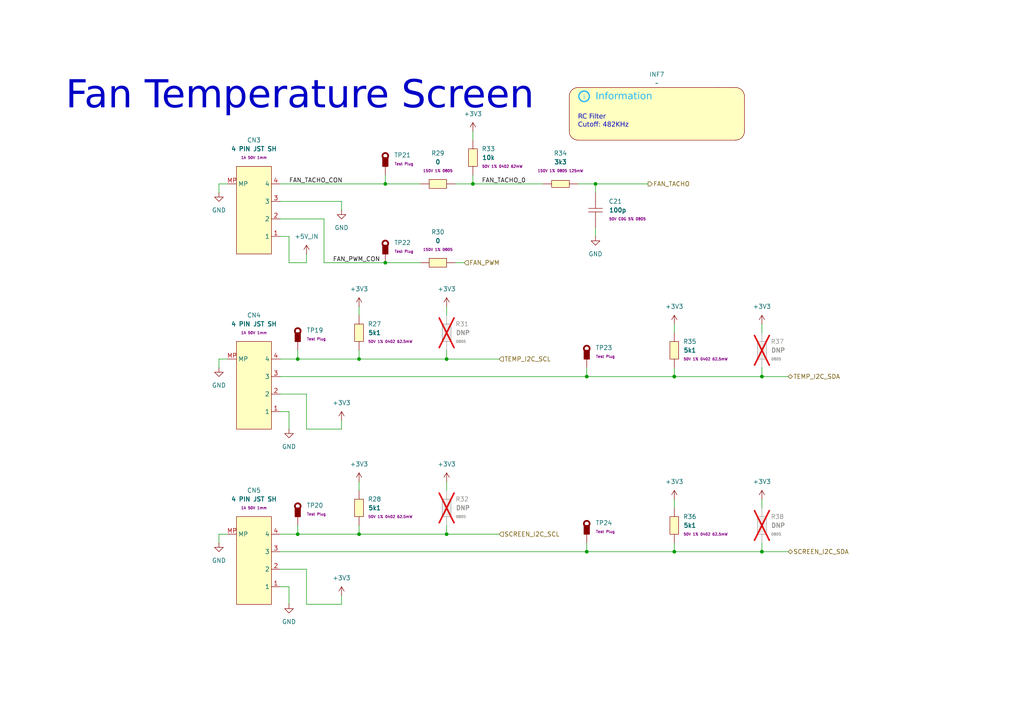
<source format=kicad_sch>
(kicad_sch (version 20231120) (generator "eeschema") (generator_version "8.0")
  (paper "A4")
  (title_block (title "AstraControl - Fan Temperature Screen") (date "2024-08-26") (rev "A") (company "LiveAstra Technologies"))
  (lib_symbols
    (symbol "LiveAstra:+5V_IN" (power) (pin_numbers hide) (pin_names (offset 0) hide)
      (property "Value" "+5V_IN" (at 0 3.556 0))
      (symbol "+5V_IN_0_1"
        (polyline (pts (xy -0.762 1.27) (xy 0 2.54)))
        (polyline (pts (xy 0 0) (xy 0 2.54)))
        (polyline (pts (xy 0 2.54) (xy 0.762 1.27)))
      )
      (symbol "+5V_IN_1_1"
        (pin power_in line (at 0 0 90) (length 0) (name "~") (number "1"))
      )
    )
    (symbol "LiveAstra:C_100pF_C0G_0805" (pin_numbers hide) (pin_names hide)
      (property "Reference" "C" (at 0 8.89 0))
      (property "Value" "100p" (at 0 6.35 0))
      (property "Extra Values" "50V C0G 5% 0805" (at 0 3.81 0))
      (symbol "C_100pF_C0G_0805_0_1"
        (polyline (pts (xy -2.54 0) (xy -0.51 0)))
        (polyline (pts (xy -0.51 2.03) (xy -0.51 -2.03)))
        (polyline (pts (xy 0.51 0) (xy 2.54 0)))
        (polyline (pts (xy 0.51 2.03) (xy 0.51 -2.03)))
      )
      (symbol "C_100pF_C0G_0805_1_1"
        (pin passive line (at -5.08 0 0) (length 2.54) (name "1") (number "1"))
        (pin passive line (at 5.08 0 180) (length 2.54) (name "2") (number "2"))
      )
    )
    (symbol "LiveAstra:Information_Box" (pin_numbers hide) (pin_names (offset 0) hide) (exclude_from_sim yes) (in_bom no) (on_board no)
      (property "Reference" "INF" (at 0 10.16 0))
      (symbol "Information_Box_1_1"
        (arc (start -25.3998 -5.0798) (mid -24.6559 -6.8759) (end -22.8598 -7.6198) (fill (type background)))
        (rectangle (start -25.4 5.08) (end 25.4 -5.08) (stroke (width -0.0001)) (fill (type background)))
        (arc (start -22.86 7.62) (mid -24.6561 6.8761) (end -25.4 5.08) (fill (type background)))
        (rectangle (start -22.86 7.62) (end 22.86 -7.62) (stroke (width -0.0001)) (fill (type background)))
        (circle (center -21.082 5.08) (radius 1.524) (stroke (width 0.381) (color 41 182 246 1)))
        (polyline (pts (xy -25.4 5.08) (xy -25.4 -5.08)))
        (polyline (pts (xy -22.86 -7.62) (xy 22.86 -7.62)))
        (polyline (pts (xy 22.86 7.62) (xy -22.86 7.62)))
        (polyline (pts (xy 25.4 -5.08) (xy 25.4 5.08)))
        (arc (start 22.86 -7.62) (mid 24.6561 -6.8761) (end 25.4 -5.08) (fill (type background)))
        (arc (start 25.4 5.08) (mid 24.6561 6.8761) (end 22.86 7.62) (fill (type background)))
        (text "i" (at -21.0726 4.8456 0) (effects (font (size 1.27 1.27))))
        (text "Information" (at -17.78 5.08 0) (effects (font (size 2.032 2.032)) (justify left)))
      )
    )
    (symbol "LiveAstra:JST_SH_4PIN_1A_50V"
      (property "Reference" "CN" (at 0 19.05 0))
      (property "Value" "4 PIN JST SH" (at 0 16.51 0))
      (property "Extra Values" "1A 50V 1mm" (at 0 13.97 0))
      (symbol "JST_SH_4PIN_1A_50V_0_1"
        (rectangle (start -5.08 12.7) (end 5.08 -12.7) (fill (type background)))
      )
      (symbol "JST_SH_4PIN_1A_50V_1_1"
        (pin passive line (at -7.62 7.62 0) (length 2.54) (name "1") (number "1"))
        (pin passive line (at -7.62 2.54 0) (length 2.54) (name "2") (number "2"))
        (pin passive line (at -7.62 -2.54 0) (length 2.54) (name "3") (number "3"))
        (pin passive line (at -7.62 -7.62 0) (length 2.54) (name "4") (number "4"))
        (pin passive line (at 7.62 -7.62 180) (length 2.54) (name "MP") (number "MP"))
      )
    )
    (symbol "LiveAstra:R_0Ohm_0805_125mW" (pin_numbers hide) (pin_names hide)
      (property "Reference" "R" (at 0 7.62 0))
      (property "Value" "0" (at 0 5.08 0))
      (property "Extra Values" "150V 1% 0805" (at 0 2.54 0))
      (symbol "R_0Ohm_0805_125mW_0_1"
        (rectangle (start -2.54 1.27) (end 2.54 -1.27) (fill (type background)))
      )
      (symbol "R_0Ohm_0805_125mW_1_1"
        (pin passive line (at -5.08 0 0) (length 2.54) (name "1") (number "1"))
        (pin passive line (at 5.08 0 180) (length 2.54) (name "2") (number "2"))
      )
    )
    (symbol "LiveAstra:R_10kOhm_0402_62mW" (pin_numbers hide) (pin_names hide)
      (property "Reference" "R" (at 0 7.62 0))
      (property "Value" "10k" (at 0 5.08 0))
      (property "Extra Values" "50V 1% 0402 62mW" (at 0 2.54 0))
      (symbol "R_10kOhm_0402_62mW_0_1"
        (rectangle (start -2.54 1.27) (end 2.54 -1.27) (fill (type background)))
      )
      (symbol "R_10kOhm_0402_62mW_1_1"
        (pin passive line (at -5.08 0 0) (length 2.54) (name "1") (number "1"))
        (pin passive line (at 5.08 0 180) (length 2.54) (name "2") (number "2"))
      )
    )
    (symbol "LiveAstra:R_3k3Ohm_0805_125mW" (pin_numbers hide) (pin_names hide)
      (property "Reference" "R" (at 0 7.62 0))
      (property "Value" "3k3" (at 0 5.08 0))
      (property "Extra Values" "150V 1% 0805 125mW" (at 0 2.54 0))
      (symbol "R_3k3Ohm_0805_125mW_0_1"
        (rectangle (start -2.54 1.02) (end 2.54 -1.02) (fill (type background)))
      )
      (symbol "R_3k3Ohm_0805_125mW_1_1"
        (pin passive line (at -5.08 0 0) (length 2.54) (name "1") (number "1"))
        (pin passive line (at 5.08 0 180) (length 2.54) (name "2") (number "2"))
      )
    )
    (symbol "LiveAstra:R_5k1Ohm_0402_62mW" (pin_numbers hide) (pin_names hide)
      (property "Reference" "R" (at 0 7.62 0))
      (property "Value" "5k1" (at 0 5.08 0))
      (property "Extra Values" "50V 1% 0402 62.5mW" (at 0 2.54 0))
      (symbol "R_5k1Ohm_0402_62mW_0_1"
        (rectangle (start -2.54 1.27) (end 2.54 -1.27) (fill (type background)))
      )
      (symbol "R_5k1Ohm_0402_62mW_1_1"
        (pin passive line (at -5.08 0 0) (length 2.54) (name "1") (number "1"))
        (pin passive line (at 5.08 0 180) (length 2.54) (name "2") (number "2"))
      )
    )
    (symbol "LiveAstra:R_DNP_0805" (pin_numbers hide) (pin_names hide)
      (property "Reference" "R" (at 0 7.62 0))
      (property "Value" "DNP" (at 0 5.08 0))
      (property "Extra Values" "0805" (at 0 2.54 0))
      (symbol "R_DNP_0805_0_1"
        (rectangle (start -2.54 1.27) (end 2.54 -1.27) (fill (type background)))
      )
      (symbol "R_DNP_0805_1_1"
        (pin passive line (at -5.08 0 0) (length 2.54) (name "1") (number "1"))
        (pin passive line (at 5.08 0 180) (length 2.54) (name "2") (number "2"))
      )
    )
    (symbol "LiveAstra:TestPoint_Thimble" (pin_numbers hide) (pin_names hide) (in_bom no)
      (property "Reference" "TP" (at 0 9.5043 0))
      (property "Extra Values" "Test Plug" (at 0 7.62 0))
      (symbol "TestPoint_Thimble_1_1"
        (rectangle (start -0.762 5.08) (end 0.762 2.54) (stroke (width 0.254)) (fill (type outline)))
        (arc (start 0.508 4.9323) (mid 0 6.4175) (end -0.508 4.9323) (stroke (width 0.508)))
        (pin passive line (at 0 0 90) (length 2.54) (name "1") (number "1"))
      )
    )
    (symbol "power:+3V3" (power) (pin_numbers hide) (pin_names (offset 0) hide)
      (property "Value" "+3V3" (at 0 3.556 0))
      (symbol "+3V3_0_1"
        (polyline (pts (xy -0.762 1.27) (xy 0 2.54)))
        (polyline (pts (xy 0 0) (xy 0 2.54)))
        (polyline (pts (xy 0 2.54) (xy 0.762 1.27)))
      )
      (symbol "+3V3_1_1"
        (pin power_in line (at 0 0 90) (length 0) (name "~") (number "1"))
      )
    )
    (symbol "power:GND" (power) (pin_numbers hide) (pin_names (offset 0) hide)
      (property "Value" "GND" (at 0 -3.81 0))
      (symbol "GND_0_1"
        (polyline (pts (xy 0 0) (xy 0 -1.27) (xy 1.27 -1.27) (xy 0 -2.54) (xy -1.27 -1.27) (xy 0 -1.27)))
      )
      (symbol "GND_1_1"
        (pin power_in line (at 0 0 270) (length 0) (name "~") (number "1"))
      )
    )
  )
  (junction (at 195.58 109.22))
  (junction (at 111.76 53.34))
  (junction (at 129.54 104.14))
  (junction (at 86.36 154.94))
  (junction (at 172.72 53.34))
  (junction (at 195.58 160.02))
  (junction (at 137.16 53.34))
  (junction (at 170.18 160.02))
  (junction (at 170.18 109.22))
  (junction (at 104.14 104.14))
  (junction (at 86.36 104.14))
  (junction (at 111.76 76.2))
  (junction (at 104.14 154.94))
  (junction (at 220.98 160.02))
  (junction (at 129.54 154.94))
  (junction (at 220.98 109.22))
  (wire (pts (xy 93.98 76.2) (xy 111.76 76.2)))
  (wire (pts (xy 104.14 88.9) (xy 104.14 91.44)))
  (wire (pts (xy 88.9 114.3) (xy 88.9 124.46)))
  (polyline (pts (xy 208.28 25.4) (xy 208.28 25.4)) (stroke (width -0.0001) (type solid)))
  (wire (pts (xy 129.54 154.94) (xy 144.78 154.94)))
  (wire (pts (xy 220.98 157.48) (xy 220.98 160.02)))
  (wire (pts (xy 81.28 53.34) (xy 111.76 53.34)))
  (wire (pts (xy 104.14 101.6) (xy 104.14 104.14)))
  (wire (pts (xy 195.58 106.68) (xy 195.58 109.22)))
  (wire (pts (xy 104.14 104.14) (xy 129.54 104.14)))
  (wire (pts (xy 111.76 53.34) (xy 121.92 53.34)))
  (wire (pts (xy 129.54 152.4) (xy 129.54 154.94)))
  (wire (pts (xy 86.36 152.4) (xy 86.36 154.94)))
  (wire (pts (xy 81.28 119.38) (xy 83.82 119.38)))
  (wire (pts (xy 88.9 165.1) (xy 88.9 175.26)))
  (wire (pts (xy 83.82 119.38) (xy 83.82 124.46)))
  (wire (pts (xy 81.28 104.14) (xy 86.36 104.14)))
  (wire (pts (xy 121.92 76.2) (xy 111.76 76.2)))
  (wire (pts (xy 167.64 53.34) (xy 172.72 53.34)))
  (wire (pts (xy 81.28 109.22) (xy 170.18 109.22)))
  (wire (pts (xy 220.98 109.22) (xy 228.6 109.22)))
  (wire (pts (xy 63.5 55.88) (xy 63.5 53.34)))
  (wire (pts (xy 63.5 104.14) (xy 66.04 104.14)))
  (wire (pts (xy 83.82 170.18) (xy 81.28 170.18)))
  (wire (pts (xy 129.54 104.14) (xy 144.78 104.14)))
  (wire (pts (xy 129.54 101.6) (xy 129.54 104.14)))
  (wire (pts (xy 220.98 106.68) (xy 220.98 109.22)))
  (wire (pts (xy 99.06 60.96) (xy 99.06 58.42)))
  (wire (pts (xy 137.16 50.8) (xy 137.16 53.34)))
  (wire (pts (xy 81.28 154.94) (xy 86.36 154.94)))
  (wire (pts (xy 111.76 50.8) (xy 111.76 53.34)))
  (wire (pts (xy 88.9 175.26) (xy 99.06 175.26)))
  (wire (pts (xy 93.98 63.5) (xy 93.98 76.2)))
  (wire (pts (xy 83.82 76.2) (xy 88.9 76.2)))
  (wire (pts (xy 170.18 160.02) (xy 195.58 160.02)))
  (wire (pts (xy 170.18 157.48) (xy 170.18 160.02)))
  (wire (pts (xy 83.82 175.26) (xy 83.82 170.18)))
  (wire (pts (xy 137.16 38.1) (xy 137.16 40.64)))
  (wire (pts (xy 220.98 144.78) (xy 220.98 147.32)))
  (wire (pts (xy 220.98 160.02) (xy 228.6 160.02)))
  (wire (pts (xy 172.72 68.58) (xy 172.72 66.04)))
  (wire (pts (xy 129.54 88.9) (xy 129.54 91.44)))
  (wire (pts (xy 195.58 93.98) (xy 195.58 96.52)))
  (wire (pts (xy 172.72 53.34) (xy 172.72 55.88)))
  (wire (pts (xy 195.58 160.02) (xy 220.98 160.02)))
  (wire (pts (xy 104.14 139.7) (xy 104.14 142.24)))
  (wire (pts (xy 170.18 106.68) (xy 170.18 109.22)))
  (wire (pts (xy 88.9 124.46) (xy 99.06 124.46)))
  (wire (pts (xy 132.08 53.34) (xy 137.16 53.34)))
  (wire (pts (xy 81.28 114.3) (xy 88.9 114.3)))
  (wire (pts (xy 81.28 63.5) (xy 93.98 63.5)))
  (wire (pts (xy 63.5 53.34) (xy 66.04 53.34)))
  (wire (pts (xy 81.28 160.02) (xy 170.18 160.02)))
  (wire (pts (xy 88.9 76.2) (xy 88.9 73.66)))
  (wire (pts (xy 170.18 109.22) (xy 195.58 109.22)))
  (wire (pts (xy 86.36 154.94) (xy 104.14 154.94)))
  (wire (pts (xy 81.28 58.42) (xy 99.06 58.42)))
  (wire (pts (xy 99.06 172.72) (xy 99.06 175.26)))
  (wire (pts (xy 129.54 139.7) (xy 129.54 142.24)))
  (wire (pts (xy 83.82 68.58) (xy 83.82 76.2)))
  (wire (pts (xy 104.14 152.4) (xy 104.14 154.94)))
  (wire (pts (xy 195.58 157.48) (xy 195.58 160.02)))
  (wire (pts (xy 172.72 53.34) (xy 187.96 53.34)))
  (wire (pts (xy 99.06 121.92) (xy 99.06 124.46)))
  (wire (pts (xy 104.14 154.94) (xy 129.54 154.94)))
  (wire (pts (xy 132.08 76.2) (xy 134.62 76.2)))
  (wire (pts (xy 137.16 53.34) (xy 157.48 53.34)))
  (wire (pts (xy 220.98 93.98) (xy 220.98 96.52)))
  (wire (pts (xy 86.36 104.14) (xy 104.14 104.14)))
  (wire (pts (xy 86.36 101.6) (xy 86.36 104.14)))
  (wire (pts (xy 83.82 68.58) (xy 81.28 68.58)))
  (wire (pts (xy 63.5 157.48) (xy 63.5 154.94)))
  (wire (pts (xy 63.5 106.68) (xy 63.5 104.14)))
  (wire (pts (xy 195.58 144.78) (xy 195.58 147.32)))
  (wire (pts (xy 63.5 154.94) (xy 66.04 154.94)))
  (wire (pts (xy 195.58 109.22) (xy 220.98 109.22)))
  (wire (pts (xy 81.28 165.1) (xy 88.9 165.1)))
  (text "RC Filter\nCutoff: 482KHz" (at 167.64 35.56 0) (effects (font (size 1.397 1.397)) (justify left)))
  (text "Fan Temperature Screen" (at 19.05 25.4 0) (effects (font (size 8 8)) (justify left top)))
  (label "FAN_TACHO_CON" (at 83.82 53.34 0))
  (label "FAN_TACHO_0" (at 139.7 53.34 0))
  (label "FAN_PWM_CON" (at 96.52 76.2 0))
  (hierarchical_label "SCREEN_I2C_SDA" (shape bidirectional) (at 228.6 160.02 0))
  (hierarchical_label "TEMP_I2C_SCL" (shape input) (at 144.78 104.14 0))
  (hierarchical_label "FAN_PWM" (shape input) (at 134.62 76.2 0))
  (hierarchical_label "FAN_TACHO" (shape output) (at 187.96 53.34 0))
  (hierarchical_label "SCREEN_I2C_SCL" (shape input) (at 144.78 154.94 0))
  (hierarchical_label "TEMP_I2C_SDA" (shape bidirectional) (at 228.6 109.22 0))
  (symbol (lib_id "LiveAstra:TestPoint_Thimble") (at 170.18 106.68 0) (unit 1) (in_bom no)
    (property "Reference" "TP23" (at 172.72 100.8676 0) (effects (justify left)))
    (property "Value" "TestPoint_Thimble" (effects (hide yes)))
    (property "Footprint" "LiveAstra:TestPoint_Loop_D3.50mm_Drill0.9mm_Beaded" (effects (hide yes)))
    (property "Datasheet" "https://www.lcsc.com/product-detail/Thimble-Copper-Rod-Test-Ring_ronghe-RH-5000_C5277086.html" (effects (hide yes)))
    (property "Description" "Test Points / Test Rings ROHS" (effects (hide yes)))
    (property "LCSC Part" "C5277086" (effects (hide yes)))
    (property "Extra Values" "Test Plug" (at 172.72 103.4076 0) (effects (font (size 0.762 0.762) (bold yes)) (justify left)))
    (property "MFN" "ronghe" (effects (hide yes)))
    (property "MPN" "RH-5000" (effects (hide yes)))
  )
  (symbol (lib_id "power:GND") (at 63.5 157.48 0) (unit 1)
    (property "Reference" "#PWR059" (effects (hide yes)))
    (property "Value" "GND" (at 63.5 162.56 0))
    (property "Description" "Power symbol creates a global label with name \"GND\" , ground" (effects (hide yes)))
  )
  (symbol (lib_id "power:+3V3") (at 129.54 88.9 0) (unit 1)
    (property "Reference" "#PWR068" (effects (hide yes)))
    (property "Value" "+3V3" (at 129.54 83.82 0))
    (property "Description" "Power symbol creates a global label with name \"+3V3\"" (effects (hide yes)))
  )
  (symbol (lib_id "power:+3V3") (at 137.16 38.1 0) (unit 1)
    (property "Reference" "#PWR070" (effects (hide yes)))
    (property "Value" "+3V3" (at 137.16 33.02 0))
    (property "Description" "Power symbol creates a global label with name \"+3V3\"" (effects (hide yes)))
  )
  (symbol (lib_id "LiveAstra:R_0Ohm_0805_125mW") (at 127 53.34 0) (unit 1)
    (property "Reference" "R29" (at 127 44.45 0))
    (property "Value" "0" (at 127 46.99 0) (effects (font (bold yes))))
    (property "Footprint" "LiveAstra:R_0805_2012Metric_Pad1.20x1.40mm_HandSolder" (effects (hide yes)))
    (property "Datasheet" "https://lcsc.com/product-detail/Chip-Resistor-Surface-Mount-UniOhm_0R-0R0-1_C17477.html" (effects (hide yes)))
    (property "Description" "125mW Thick Film Resistors 150V ±800ppm/℃ ±1% 0Ω 0805 Chip Resistor - Surface Mount ROHS" (effects (hide yes)))
    (property "LCSC Part" "C17477" (effects (hide yes)))
    (property "Extra Values" "150V 1% 0805" (at 127 49.53 0) (effects (font (size 0.762 0.762) (bold yes))))
    (property "MFN" "UNI-ROYAL(Uniroyal Elec)" (effects (hide yes)))
    (property "MPN" "0805W8F0000T5E" (effects (hide yes)))
  )
  (symbol (lib_id "LiveAstra:R_DNP_0805") (at 220.98 152.4 90) (unit 1) (dnp yes)
    (property "Reference" "R38" (at 223.52 149.8599 90) (effects (justify right)))
    (property "Value" "DNP" (at 223.52 152.4 90) (effects (font (bold yes)) (justify right)))
    (property "Footprint" "LiveAstra:R_DNP_0805_2012Metric_Pad1.20x1.40mm_HandSolder" (effects (hide yes)))
    (property "Description" "Thick Film Resistors" (effects (hide yes)))
    (property "Extra Values" "0805" (at 223.52 154.9399 90) (effects (font (size 0.762 0.762) (bold yes)) (justify right)))
  )
  (symbol (lib_id "power:+3V3") (at 195.58 93.98 0) (unit 1)
    (property "Reference" "#PWR072" (effects (hide yes)))
    (property "Value" "+3V3" (at 195.58 88.9 0))
    (property "Description" "Power symbol creates a global label with name \"+3V3\"" (effects (hide yes)))
  )
  (symbol (lib_id "LiveAstra:R_5k1Ohm_0402_62mW") (at 104.14 96.52 90) (unit 1)
    (property "Reference" "R27" (at 106.68 93.9799 90) (effects (justify right)))
    (property "Value" "5k1" (at 106.68 96.52 90) (effects (font (bold yes)) (justify right)))
    (property "Footprint" "LiveAstra:R_0402_1005Metric" (effects (hide yes)))
    (property "Datasheet" "https://lcsc.com/product-detail/Chip-Resistor-Surface-Mount-UniOhm_5-1KR-5101-1_C25905.html" (effects (hide yes)))
    (property "Description" "62.5mW Thick Film Resistors 50V ±100ppm/℃ ±1% 5.1kΩ 0402 Chip Resistor - Surface Mount ROHS" (effects (hide yes)))
    (property "LCSC Part" "C25905" (effects (hide yes)))
    (property "Extra Values" "50V 1% 0402 62.5mW" (at 106.68 99.0599 90) (effects (font (size 0.762 0.762) (bold yes)) (justify right)))
    (property "MFN" "UNI-ROYAL(Uniroyal Elec)" (effects (hide yes)))
    (property "MPN" "0402WGF5101TCE" (effects (hide yes)))
  )
  (symbol (lib_id "power:GND") (at 63.5 106.68 0) (unit 1)
    (property "Reference" "#PWR058" (effects (hide yes)))
    (property "Value" "GND" (at 63.5 111.76 0))
    (property "Description" "Power symbol creates a global label with name \"GND\" , ground" (effects (hide yes)))
  )
  (symbol (lib_id "LiveAstra:+5V_IN") (at 88.9 73.66 0) (unit 1)
    (property "Reference" "#PWR062" (effects (hide yes)))
    (property "Value" "+5V_IN" (at 88.9 68.58 0))
    (property "Description" "Power symbol creates a global label with name \"+5V_IN\"" (effects (hide yes)))
  )
  (symbol (lib_id "LiveAstra:C_100pF_C0G_0805") (at 172.72 60.96 90) (unit 1)
    (property "Reference" "C21" (at 176.53 58.4199 90) (effects (justify right)))
    (property "Value" "100p" (at 176.53 60.96 90) (effects (font (bold yes)) (justify right)))
    (property "Footprint" "LiveAstra:C_0805_2012Metric_Pad1.18x1.45mm_HandSolder" (effects (hide yes)))
    (property "Datasheet" "https://lcsc.com/product-detail/Multilayer-Ceramic-Capacitors-MLCC-SMD-SMT_SAMSUNG_CL21C101JBANNNC_100pF-101-5-50V_C1790.html" (effects (hide yes)))
    (property "Description" "50V 100pF C0G ±5% 0805 Multilayer Ceramic Capacitors MLCC - SMD/SMT ROHS" (effects (hide yes)))
    (property "LCSC Part" "C1790" (effects (hide yes)))
    (property "Extra Values" "50V C0G 5% 0805" (at 176.53 63.4999 90) (effects (font (size 0.762 0.762) (bold yes)) (justify right)))
    (property "MFN" "Samsung Electro-Mechanics" (effects (hide yes)))
    (property "MPN" "CL21C101JBANNNC" (effects (hide yes)))
  )
  (symbol (lib_id "power:+3V3") (at 99.06 121.92 0) (unit 1)
    (property "Reference" "#PWR064" (effects (hide yes)))
    (property "Value" "+3V3" (at 99.06 116.84 0))
    (property "Description" "Power symbol creates a global label with name \"+3V3\"" (effects (hide yes)))
  )
  (symbol (lib_id "LiveAstra:Information_Box") (at 190.5 33.02 0) (unit 1) (exclude_from_sim yes) (in_bom no) (on_board no)
    (property "Reference" "INF7" (at 190.5 21.59 0))
    (property "Value" "~" (at 190.5 24.13 0))
  )
  (symbol (lib_id "LiveAstra:R_10kOhm_0402_62mW") (at 137.16 45.72 90) (unit 1)
    (property "Reference" "R33" (at 139.7 43.1799 90) (effects (justify right)))
    (property "Value" "10k" (at 139.7 45.72 90) (effects (font (bold yes)) (justify right)))
    (property "Footprint" "LiveAstra:R_0402_1005Metric" (effects (hide yes)))
    (property "Datasheet" "https://www.lcsc.com/product-detail/Chip-Resistor-Surface-Mount_UNI-ROYAL-Uniroyal-Elec-0402WGF1002TCE_C25744.html" (effects (hide yes)))
    (property "Description" "62.5mW Thick Film Resistors 50V ±100ppm/℃ ±1% 10kΩ 0402 Chip Resistor - Surface Mount ROHS" (effects (hide yes)))
    (property "LCSC Part" "C25744" (effects (hide yes)))
    (property "Extra Values" "50V 1% 0402 62mW" (at 139.7 48.2599 90) (effects (font (size 0.762 0.762) (bold yes)) (justify right)))
    (property "MFN" "UNI-ROYAL(Uniroyal Elec)" (effects (hide yes)))
    (property "MPN" "0402WGF1002TCE" (effects (hide yes)))
  )
  (symbol (lib_id "power:GND") (at 83.82 175.26 0) (unit 1)
    (property "Reference" "#PWR061" (effects (hide yes)))
    (property "Value" "GND" (at 83.82 180.34 0))
    (property "Description" "Power symbol creates a global label with name \"GND\" , ground" (effects (hide yes)))
  )
  (symbol (lib_id "LiveAstra:R_DNP_0805") (at 129.54 96.52 90) (unit 1) (dnp yes)
    (property "Reference" "R31" (at 132.08 93.9799 90) (effects (justify right)))
    (property "Value" "DNP" (at 132.08 96.52 90) (effects (font (bold yes)) (justify right)))
    (property "Footprint" "LiveAstra:R_DNP_0805_2012Metric_Pad1.20x1.40mm_HandSolder" (effects (hide yes)))
    (property "Description" "Thick Film Resistors" (effects (hide yes)))
    (property "Extra Values" "0805" (at 132.08 99.0599 90) (effects (font (size 0.762 0.762) (bold yes)) (justify right)))
  )
  (symbol (lib_id "power:+3V3") (at 220.98 144.78 0) (unit 1)
    (property "Reference" "#PWR075" (effects (hide yes)))
    (property "Value" "+3V3" (at 220.98 139.7 0))
    (property "Description" "Power symbol creates a global label with name \"+3V3\"" (effects (hide yes)))
  )
  (symbol (lib_id "LiveAstra:TestPoint_Thimble") (at 86.36 152.4 0) (unit 1) (in_bom no)
    (property "Reference" "TP20" (at 88.9 146.5876 0) (effects (justify left)))
    (property "Value" "TestPoint_Thimble" (effects (hide yes)))
    (property "Footprint" "LiveAstra:TestPoint_Loop_D3.50mm_Drill0.9mm_Beaded" (effects (hide yes)))
    (property "Datasheet" "https://www.lcsc.com/product-detail/Thimble-Copper-Rod-Test-Ring_ronghe-RH-5000_C5277086.html" (effects (hide yes)))
    (property "Description" "Test Points / Test Rings ROHS" (effects (hide yes)))
    (property "LCSC Part" "C5277086" (effects (hide yes)))
    (property "Extra Values" "Test Plug" (at 88.9 149.1276 0) (effects (font (size 0.762 0.762) (bold yes)) (justify left)))
    (property "MFN" "ronghe" (effects (hide yes)))
    (property "MPN" "RH-5000" (effects (hide yes)))
  )
  (symbol (lib_id "power:+3V3") (at 220.98 93.98 0) (unit 1)
    (property "Reference" "#PWR074" (effects (hide yes)))
    (property "Value" "+3V3" (at 220.98 88.9 0))
    (property "Description" "Power symbol creates a global label with name \"+3V3\"" (effects (hide yes)))
  )
  (symbol (lib_id "power:GND") (at 99.06 60.96 0) (unit 1)
    (property "Reference" "#PWR063" (effects (hide yes)))
    (property "Value" "GND" (at 99.06 66.04 0))
    (property "Description" "Power symbol creates a global label with name \"GND\" , ground" (effects (hide yes)))
  )
  (symbol (lib_id "power:+3V3") (at 104.14 88.9 0) (unit 1)
    (property "Reference" "#PWR066" (effects (hide yes)))
    (property "Value" "+3V3" (at 104.14 83.82 0))
    (property "Description" "Power symbol creates a global label with name \"+3V3\"" (effects (hide yes)))
  )
  (symbol (lib_id "power:GND") (at 83.82 124.46 0) (unit 1)
    (property "Reference" "#PWR060" (effects (hide yes)))
    (property "Value" "GND" (at 83.82 129.54 0))
    (property "Description" "Power symbol creates a global label with name \"GND\" , ground" (effects (hide yes)))
  )
  (symbol (lib_id "power:+3V3") (at 129.54 139.7 0) (unit 1)
    (property "Reference" "#PWR069" (effects (hide yes)))
    (property "Value" "+3V3" (at 129.54 134.62 0))
    (property "Description" "Power symbol creates a global label with name \"+3V3\"" (effects (hide yes)))
  )
  (symbol (lib_id "LiveAstra:TestPoint_Thimble") (at 111.76 50.8 0) (unit 1) (in_bom no)
    (property "Reference" "TP21" (at 114.3 44.9876 0) (effects (justify left)))
    (property "Value" "TestPoint_Thimble" (effects (hide yes)))
    (property "Footprint" "LiveAstra:TestPoint_Loop_D3.50mm_Drill0.9mm_Beaded" (effects (hide yes)))
    (property "Datasheet" "https://www.lcsc.com/product-detail/Thimble-Copper-Rod-Test-Ring_ronghe-RH-5000_C5277086.html" (effects (hide yes)))
    (property "Description" "Test Points / Test Rings ROHS" (effects (hide yes)))
    (property "LCSC Part" "C5277086" (effects (hide yes)))
    (property "Extra Values" "Test Plug" (at 114.3 47.5276 0) (effects (font (size 0.762 0.762) (bold yes)) (justify left)))
    (property "MFN" "ronghe" (effects (hide yes)))
    (property "MPN" "RH-5000" (effects (hide yes)))
  )
  (symbol (lib_id "LiveAstra:R_5k1Ohm_0402_62mW") (at 195.58 152.4 90) (unit 1)
    (property "Reference" "R36" (at 198.12 149.8599 90) (effects (justify right)))
    (property "Value" "5k1" (at 198.12 152.4 90) (effects (font (bold yes)) (justify right)))
    (property "Footprint" "LiveAstra:R_0402_1005Metric" (effects (hide yes)))
    (property "Datasheet" "https://lcsc.com/product-detail/Chip-Resistor-Surface-Mount-UniOhm_5-1KR-5101-1_C25905.html" (effects (hide yes)))
    (property "Description" "62.5mW Thick Film Resistors 50V ±100ppm/℃ ±1% 5.1kΩ 0402 Chip Resistor - Surface Mount ROHS" (effects (hide yes)))
    (property "LCSC Part" "C25905" (effects (hide yes)))
    (property "Extra Values" "50V 1% 0402 62.5mW" (at 198.12 154.9399 90) (effects (font (size 0.762 0.762) (bold yes)) (justify right)))
    (property "MFN" "UNI-ROYAL(Uniroyal Elec)" (effects (hide yes)))
    (property "MPN" "0402WGF5101TCE" (effects (hide yes)))
  )
  (symbol (lib_id "LiveAstra:JST_SH_4PIN_1A_50V") (at 73.66 60.96 180) (unit 1)
    (property "Reference" "CN3" (at 73.66 40.64 0))
    (property "Value" "4 PIN JST SH" (at 73.66 43.18 0) (effects (font (bold yes))))
    (property "Footprint" "LiveAstra:JST_SH_1x04_P1.00mm_Vertical" (effects (hide yes)))
    (property "Datasheet" "https://lcsc.com/product-detail/Others_JST-Sales-America__JST-Sales-America-BM04B-SRSS-TB-LF-SN_C160390.html" (effects (hide yes)))
    (property "Description" "1x4P 4P SH Tin 4 -25℃~+85℃ 1A 1 1mm Brass Alloy Standing paste SMD,P=1mm Wire To Board Connector ROHS" (effects (hide yes)))
    (property "LCSC Part" "C160390" (effects (hide yes)))
    (property "Extra Values" "1A 50V 1mm" (at 73.66 45.72 0) (effects (font (size 0.762 0.762) (bold yes))))
    (property "MFR" "JST" (effects (hide yes)))
    (property "MPN" "BM04B-SRSS-TB(LF)(SN)" (effects (hide yes)))
  )
  (symbol (lib_id "LiveAstra:JST_SH_4PIN_1A_50V") (at 73.66 111.76 180) (unit 1)
    (property "Reference" "CN4" (at 73.66 91.44 0))
    (property "Value" "4 PIN JST SH" (at 73.66 93.98 0) (effects (font (bold yes))))
    (property "Footprint" "LiveAstra:JST_SH_1x04_P1.00mm_Vertical" (effects (hide yes)))
    (property "Datasheet" "https://lcsc.com/product-detail/Others_JST-Sales-America__JST-Sales-America-BM04B-SRSS-TB-LF-SN_C160390.html" (effects (hide yes)))
    (property "Description" "1x4P 4P SH Tin 4 -25℃~+85℃ 1A 1 1mm Brass Alloy Standing paste SMD,P=1mm Wire To Board Connector ROHS" (effects (hide yes)))
    (property "LCSC Part" "C160390" (effects (hide yes)))
    (property "Extra Values" "1A 50V 1mm" (at 73.66 96.52 0) (effects (font (size 0.762 0.762) (bold yes))))
    (property "MFR" "JST" (effects (hide yes)))
    (property "MPN" "BM04B-SRSS-TB(LF)(SN)" (effects (hide yes)))
  )
  (symbol (lib_id "LiveAstra:TestPoint_Thimble") (at 86.36 101.6 0) (unit 1) (in_bom no)
    (property "Reference" "TP19" (at 88.9 95.7876 0) (effects (justify left)))
    (property "Value" "TestPoint_Thimble" (effects (hide yes)))
    (property "Footprint" "LiveAstra:TestPoint_Loop_D3.50mm_Drill0.9mm_Beaded" (effects (hide yes)))
    (property "Datasheet" "https://www.lcsc.com/product-detail/Thimble-Copper-Rod-Test-Ring_ronghe-RH-5000_C5277086.html" (effects (hide yes)))
    (property "Description" "Test Points / Test Rings ROHS" (effects (hide yes)))
    (property "LCSC Part" "C5277086" (effects (hide yes)))
    (property "Extra Values" "Test Plug" (at 88.9 98.3276 0) (effects (font (size 0.762 0.762) (bold yes)) (justify left)))
    (property "MFN" "ronghe" (effects (hide yes)))
    (property "MPN" "RH-5000" (effects (hide yes)))
  )
  (symbol (lib_id "LiveAstra:R_3k3Ohm_0805_125mW") (at 162.56 53.34 0) (unit 1)
    (property "Reference" "R34" (at 162.56 44.45 0))
    (property "Value" "3k3" (at 162.56 46.99 0) (effects (font (bold yes))))
    (property "Footprint" "LiveAstra:R_0805_2012Metric_Pad1.20x1.40mm_HandSolder" (effects (hide yes)))
    (property "Datasheet" "https://lcsc.com/product-detail/Chip-Resistor-Surface-Mount-UniOhm_3-3KR-3301-1_C26010.html" (effects (hide yes)))
    (property "Description" "125mW Thick Film Resistors 150V ±100ppm/℃ ±1% 3.3kΩ 0805 Chip Resistor - Surface Mount ROHS" (effects (hide yes)))
    (property "LCSC Part" "C26010" (effects (hide yes)))
    (property "Extra Values" "150V 1% 0805 125mW" (at 162.56 49.53 0) (effects (font (size 0.762 0.762) (bold yes))))
    (property "MFN" "UNI-ROYAL(Uniroyal Elec)" (effects (hide yes)))
    (property "MPN" "0805W8F3301T5E" (effects (hide yes)))
  )
  (symbol (lib_id "power:+3V3") (at 104.14 139.7 0) (unit 1)
    (property "Reference" "#PWR067" (effects (hide yes)))
    (property "Value" "+3V3" (at 104.14 134.62 0))
    (property "Description" "Power symbol creates a global label with name \"+3V3\"" (effects (hide yes)))
  )
  (symbol (lib_id "power:+3V3") (at 99.06 172.72 0) (unit 1)
    (property "Reference" "#PWR065" (effects (hide yes)))
    (property "Value" "+3V3" (at 99.06 167.64 0))
    (property "Description" "Power symbol creates a global label with name \"+3V3\"" (effects (hide yes)))
  )
  (symbol (lib_id "power:+3V3") (at 195.58 144.78 0) (unit 1)
    (property "Reference" "#PWR073" (effects (hide yes)))
    (property "Value" "+3V3" (at 195.58 139.7 0))
    (property "Description" "Power symbol creates a global label with name \"+3V3\"" (effects (hide yes)))
  )
  (symbol (lib_id "LiveAstra:R_5k1Ohm_0402_62mW") (at 104.14 147.32 90) (unit 1)
    (property "Reference" "R28" (at 106.68 144.7799 90) (effects (justify right)))
    (property "Value" "5k1" (at 106.68 147.32 90) (effects (font (bold yes)) (justify right)))
    (property "Footprint" "LiveAstra:R_0402_1005Metric" (effects (hide yes)))
    (property "Datasheet" "https://lcsc.com/product-detail/Chip-Resistor-Surface-Mount-UniOhm_5-1KR-5101-1_C25905.html" (effects (hide yes)))
    (property "Description" "62.5mW Thick Film Resistors 50V ±100ppm/℃ ±1% 5.1kΩ 0402 Chip Resistor - Surface Mount ROHS" (effects (hide yes)))
    (property "LCSC Part" "C25905" (effects (hide yes)))
    (property "Extra Values" "50V 1% 0402 62.5mW" (at 106.68 149.8599 90) (effects (font (size 0.762 0.762) (bold yes)) (justify right)))
    (property "MFN" "UNI-ROYAL(Uniroyal Elec)" (effects (hide yes)))
    (property "MPN" "0402WGF5101TCE" (effects (hide yes)))
  )
  (symbol (lib_id "LiveAstra:TestPoint_Thimble") (at 111.76 76.2 0) (unit 1) (in_bom no)
    (property "Reference" "TP22" (at 114.3 70.3876 0) (effects (justify left)))
    (property "Value" "TestPoint_Thimble" (effects (hide yes)))
    (property "Footprint" "LiveAstra:TestPoint_Loop_D3.50mm_Drill0.9mm_Beaded" (effects (hide yes)))
    (property "Datasheet" "https://www.lcsc.com/product-detail/Thimble-Copper-Rod-Test-Ring_ronghe-RH-5000_C5277086.html" (effects (hide yes)))
    (property "Description" "Test Points / Test Rings ROHS" (effects (hide yes)))
    (property "LCSC Part" "C5277086" (effects (hide yes)))
    (property "Extra Values" "Test Plug" (at 114.3 72.9276 0) (effects (font (size 0.762 0.762) (bold yes)) (justify left)))
    (property "MFN" "ronghe" (effects (hide yes)))
    (property "MPN" "RH-5000" (effects (hide yes)))
  )
  (symbol (lib_id "LiveAstra:R_0Ohm_0805_125mW") (at 127 76.2 0) (unit 1)
    (property "Reference" "R30" (at 127 67.31 0))
    (property "Value" "0" (at 127 69.85 0) (effects (font (bold yes))))
    (property "Footprint" "LiveAstra:R_0805_2012Metric_Pad1.20x1.40mm_HandSolder" (effects (hide yes)))
    (property "Datasheet" "https://lcsc.com/product-detail/Chip-Resistor-Surface-Mount-UniOhm_0R-0R0-1_C17477.html" (effects (hide yes)))
    (property "Description" "125mW Thick Film Resistors 150V ±800ppm/℃ ±1% 0Ω 0805 Chip Resistor - Surface Mount ROHS" (effects (hide yes)))
    (property "LCSC Part" "C17477" (effects (hide yes)))
    (property "Extra Values" "150V 1% 0805" (at 127 72.39 0) (effects (font (size 0.762 0.762) (bold yes))))
    (property "MFN" "UNI-ROYAL(Uniroyal Elec)" (effects (hide yes)))
    (property "MPN" "0805W8F0000T5E" (effects (hide yes)))
  )
  (symbol (lib_id "LiveAstra:JST_SH_4PIN_1A_50V") (at 73.66 162.56 180) (unit 1)
    (property "Reference" "CN5" (at 73.66 142.24 0))
    (property "Value" "4 PIN JST SH" (at 73.66 144.78 0) (effects (font (bold yes))))
    (property "Footprint" "LiveAstra:JST_SH_1x04_P1.00mm_Vertical" (effects (hide yes)))
    (property "Datasheet" "https://lcsc.com/product-detail/Others_JST-Sales-America__JST-Sales-America-BM04B-SRSS-TB-LF-SN_C160390.html" (effects (hide yes)))
    (property "Description" "1x4P 4P SH Tin 4 -25℃~+85℃ 1A 1 1mm Brass Alloy Standing paste SMD,P=1mm Wire To Board Connector ROHS" (effects (hide yes)))
    (property "LCSC Part" "C160390" (effects (hide yes)))
    (property "Extra Values" "1A 50V 1mm" (at 73.66 147.32 0) (effects (font (size 0.762 0.762) (bold yes))))
    (property "MFR" "JST" (effects (hide yes)))
    (property "MPN" "BM04B-SRSS-TB(LF)(SN)" (effects (hide yes)))
  )
  (symbol (lib_id "LiveAstra:R_DNP_0805") (at 220.98 101.6 90) (unit 1) (dnp yes)
    (property "Reference" "R37" (at 223.52 99.0599 90) (effects (justify right)))
    (property "Value" "DNP" (at 223.52 101.6 90) (effects (font (bold yes)) (justify right)))
    (property "Footprint" "LiveAstra:R_DNP_0805_2012Metric_Pad1.20x1.40mm_HandSolder" (effects (hide yes)))
    (property "Description" "Thick Film Resistors" (effects (hide yes)))
    (property "Extra Values" "0805" (at 223.52 104.1399 90) (effects (font (size 0.762 0.762) (bold yes)) (justify right)))
  )
  (symbol (lib_id "LiveAstra:R_5k1Ohm_0402_62mW") (at 195.58 101.6 90) (unit 1)
    (property "Reference" "R35" (at 198.12 99.0599 90) (effects (justify right)))
    (property "Value" "5k1" (at 198.12 101.6 90) (effects (font (bold yes)) (justify right)))
    (property "Footprint" "LiveAstra:R_0402_1005Metric" (effects (hide yes)))
    (property "Datasheet" "https://lcsc.com/product-detail/Chip-Resistor-Surface-Mount-UniOhm_5-1KR-5101-1_C25905.html" (effects (hide yes)))
    (property "Description" "62.5mW Thick Film Resistors 50V ±100ppm/℃ ±1% 5.1kΩ 0402 Chip Resistor - Surface Mount ROHS" (effects (hide yes)))
    (property "LCSC Part" "C25905" (effects (hide yes)))
    (property "Extra Values" "50V 1% 0402 62.5mW" (at 198.12 104.1399 90) (effects (font (size 0.762 0.762) (bold yes)) (justify right)))
    (property "MFN" "UNI-ROYAL(Uniroyal Elec)" (effects (hide yes)))
    (property "MPN" "0402WGF5101TCE" (effects (hide yes)))
  )
  (symbol (lib_id "power:GND") (at 63.5 55.88 0) (unit 1)
    (property "Reference" "#PWR057" (effects (hide yes)))
    (property "Value" "GND" (at 63.5 60.96 0))
    (property "Description" "Power symbol creates a global label with name \"GND\" , ground" (effects (hide yes)))
  )
  (symbol (lib_id "power:GND") (at 172.72 68.58 0) (unit 1)
    (property "Reference" "#PWR071" (effects (hide yes)))
    (property "Value" "GND" (at 172.72 73.66 0))
    (property "Description" "Power symbol creates a global label with name \"GND\" , ground" (effects (hide yes)))
  )
  (symbol (lib_id "LiveAstra:TestPoint_Thimble") (at 170.18 157.48 0) (unit 1) (in_bom no)
    (property "Reference" "TP24" (at 172.72 151.6676 0) (effects (justify left)))
    (property "Value" "TestPoint_Thimble" (effects (hide yes)))
    (property "Footprint" "LiveAstra:TestPoint_Loop_D3.50mm_Drill0.9mm_Beaded" (effects (hide yes)))
    (property "Datasheet" "https://www.lcsc.com/product-detail/Thimble-Copper-Rod-Test-Ring_ronghe-RH-5000_C5277086.html" (effects (hide yes)))
    (property "Description" "Test Points / Test Rings ROHS" (effects (hide yes)))
    (property "LCSC Part" "C5277086" (effects (hide yes)))
    (property "Extra Values" "Test Plug" (at 172.72 154.2076 0) (effects (font (size 0.762 0.762) (bold yes)) (justify left)))
    (property "MFN" "ronghe" (effects (hide yes)))
    (property "MPN" "RH-5000" (effects (hide yes)))
  )
  (symbol (lib_id "LiveAstra:R_DNP_0805") (at 129.54 147.32 90) (unit 1) (dnp yes)
    (property "Reference" "R32" (at 132.08 144.7799 90) (effects (justify right)))
    (property "Value" "DNP" (at 132.08 147.32 90) (effects (font (bold yes)) (justify right)))
    (property "Footprint" "LiveAstra:R_DNP_0805_2012Metric_Pad1.20x1.40mm_HandSolder" (effects (hide yes)))
    (property "Description" "Thick Film Resistors" (effects (hide yes)))
    (property "Extra Values" "0805" (at 132.08 149.8599 90) (effects (font (size 0.762 0.762) (bold yes)) (justify right)))
  )
)
</source>
